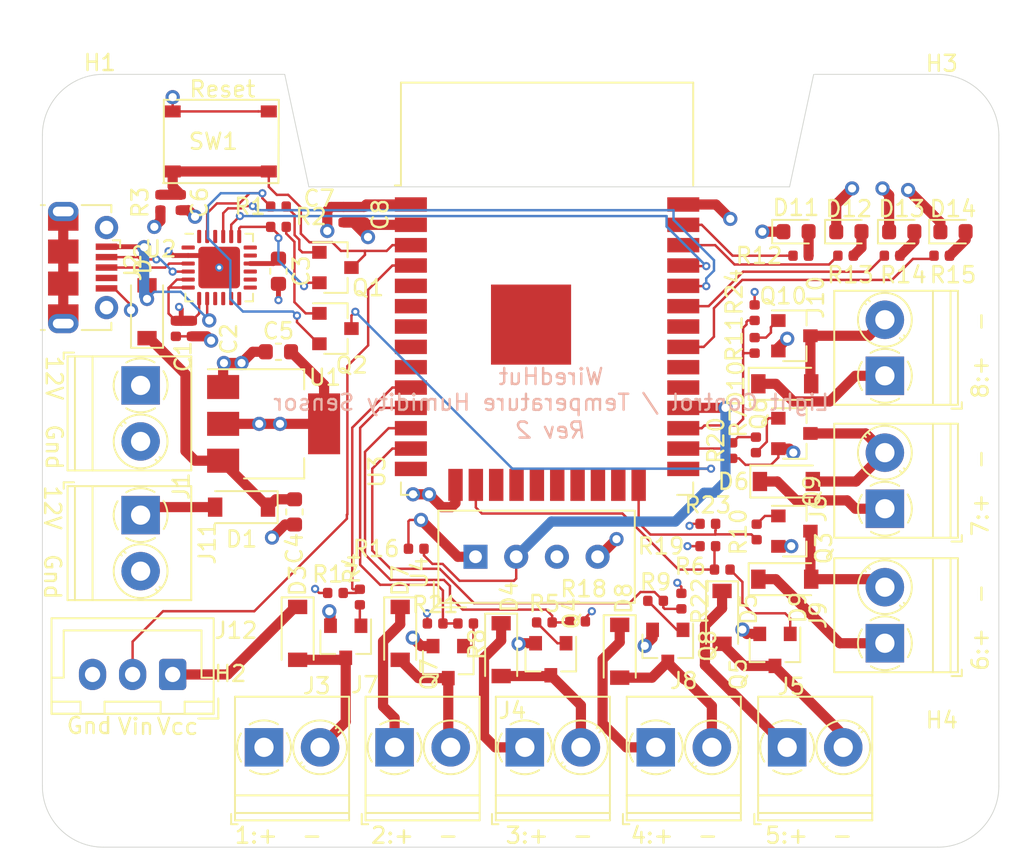
<source format=kicad_pcb>
(kicad_pcb (version 20221018) (generator pcbnew)
  (title_block (date "2021-12-03") (comment 4 "@Comment4@"))
  (layers (0 "F.Cu" signal) (1 "In1.Cu" power) (2 "In2.Cu" power) (31 "B.Cu" signal) (34 "B.Paste" user) (35 "F.Paste" user) (36 "B.SilkS" user "B.Silkscreen") (37 "F.SilkS" user "F.Silkscreen") (38 "B.Mask" user) (39 "F.Mask" user) (44 "Edge.Cuts" user))
  (net 0 "")
  (net 1 "GND")
  (net 2 "+3V3")
  (net 3 "Net-(C3-Pad1)")
  (net 4 "Net-(C4-Pad1)")
  (net 5 "/EN")
  (net 6 "VCC")
  (net 7 "VBUS")
  (net 8 "/USB_RTS")
  (net 9 "Net-(Q1-Pad1)")
  (net 10 "/IO0")
  (net 11 "/USB_DTR")
  (net 12 "Net-(Q2-Pad1)")
  (net 13 "/USB_TX")
  (net 14 "/USB_RX")
  (net 15 "/USB_DM")
  (net 16 "/USB_DP")
  (net 17 "Net-(D3-Pad2)")
  (net 18 "Net-(D4-Pad2)")
  (net 19 "Net-(D5-Pad2)")
  (net 20 "Net-(D6-Pad2)")
  (net 21 "Net-(D7-Pad2)")
  (net 22 "Net-(D8-Pad2)")
  (net 23 "Net-(D9-Pad2)")
  (net 24 "Net-(D10-Pad2)")
  (net 25 "Net-(Q3-Pad1)")
  (net 26 "Net-(Q4-Pad1)")
  (net 27 "Net-(Q5-Pad1)")
  (net 28 "Net-(Q6-Pad1)")
  (net 29 "Net-(Q7-Pad1)")
  (net 30 "Net-(Q8-Pad1)")
  (net 31 "Net-(Q9-Pad1)")
  (net 32 "Net-(Q10-Pad1)")
  (net 33 "/PIR_A")
  (net 34 "/CH_1")
  (net 35 "/CH_3")
  (net 36 "/CH_5")
  (net 37 "/CH_7")
  (net 38 "/CH_2")
  (net 39 "/CH_4")
  (net 40 "/CH_6")
  (net 41 "/CH_8")
  (net 42 "Net-(D11-Pad2)")
  (net 43 "Net-(D12-Pad2)")
  (net 44 "Net-(D13-Pad2)")
  (net 45 "Net-(D14-Pad2)")
  (net 46 "/LED1")
  (net 47 "/LED2")
  (net 48 "/LED3")
  (net 49 "/LED4")
  (net 50 "/DHT_IO")
  (footprint "Resistor_SMD:R_0402_1005Metric" (layer "F.Cu") (at 111.2 69.85 -90)
    (fp_text reference "C1")
    (fp_text value "1uF")
  )
  (footprint "Resistor_SMD:R_0402_1005Metric" (layer "F.Cu") (at 112.2 69.85 -90)
    (fp_text reference "C2")
    (fp_text value "0.1uF")
  )
  (footprint "Resistor_SMD:R_0603_1608Metric" (layer "F.Cu") (at 117.602 66.2685 -90)
    (fp_text reference "C3")
    (fp_text value "4.7uF")
  )
  (footprint "Resistor_SMD:R_0603_1608Metric" (layer "F.Cu") (at 118.6 81.3 -90)
    (fp_text reference "C4")
    (fp_text value "1uF")
  )
  (footprint "Resistor_SMD:R_0603_1608Metric" (layer "F.Cu") (at 117.6 71.3 180)
    (fp_text reference "C5")
    (fp_text value "22uF")
  )
  (footprint "Resistor_SMD:R_0402_1005Metric" (layer "F.Cu") (at 122.936 62.738 90)
    (fp_text reference "C8")
    (fp_text value "0.1uF")
  )
  (footprint "Diode_SMD:D_SOD-123" (layer "F.Cu") (at 115.3 81 180)
    (fp_text reference "D1")
    (fp_text value "D_Schottky")
  )
  (footprint "Diode_SMD:D_SOD-123" (layer "F.Cu") (at 109.4 68.8 90)
    (fp_text reference "D2")
    (fp_text value "D_Schottky")
  )
  (footprint "Package_TO_SOT_SMD:SOT-23" (layer "F.Cu") (at 121.158 69.85)
    (fp_text reference "Q2")
    (fp_text value "Q_NPN_BEC")
  )
  (footprint "Resistor_SMD:R_0402_1005Metric" (layer "F.Cu") (at 117.602 62.23 180)
    (fp_text reference "R1")
    (fp_text value "10kR")
  )
  (footprint "Resistor_SMD:R_0402_1005Metric" (layer "F.Cu") (at 117.602 63.5 180)
    (fp_text reference "R2")
    (fp_text value "10kR")
  )
  (footprint "Resistor_SMD:R_0402_1005Metric" (layer "F.Cu") (at 110.236 61.976 -90)
    (fp_text reference "R3")
    (fp_text value "10kR")
  )
  (footprint "footprints:TS-1187A" (layer "F.Cu") (at 114 58.166)
    (fp_text reference "SW1")
    (fp_text value "SW_Push")
  )
  (footprint "Package_TO_SOT_SMD:SOT-223-3_TabPin2" (layer "F.Cu") (at 117.3 75.8)
    (fp_text reference "U1")
    (fp_text value "AZ1117-3.3")
  )
  (footprint "Package_DFN_QFN:QFN-24-1EP_4x4mm_P0.5mm_EP2.6x2.6mm" (layer "F.Cu") (at 113.904 66.04)
    (fp_text reference "U2")
    (fp_text value "CP2104")
  )
  (footprint "RF_Module:ESP32-WROOM-32" (layer "F.Cu") (at 134.366 70.358)
    (fp_text reference "U3")
    (fp_text value "ESP32-WROOM-32")
  )
  (footprint "Diode_SMD:D_SOD-123" (layer "F.Cu") (at 118.8 88.884 -90)
    (fp_text reference "D3")
    (fp_text value "D_Schottky")
  )
  (footprint "Connector_USB:USB_Micro-B_Molex-105017-0001" (layer "F.Cu") (at 105.41 66.04 -90)
    (fp_text reference "J2")
    (fp_text value "USB_B_Micro")
  )
  (footprint "Resistor_SMD:R_0402_1005Metric" (layer "F.Cu") (at 122.682 86.614 90)
    (fp_text reference "R4")
    (fp_text value "100R")
  )
  (footprint "Resistor_SMD:R_0402_1005Metric" (layer "F.Cu") (at 134.2 88.2)
    (fp_text reference "R5")
    (fp_text value "100R")
  )
  (footprint "Resistor_SMD:R_0402_1005Metric" (layer "F.Cu") (at 145.3 84.9 180)
    (fp_text reference "R6")
    (fp_text value "100R")
  )
  (footprint "Resistor_SMD:R_0402_1005Metric" (layer "F.Cu") (at 147.4 77.115 90)
    (fp_text reference "R7")
    (fp_text value "100R")
  )
  (footprint "Resistor_SMD:R_0402_1005Metric" (layer "F.Cu") (at 129.286 88.265 180)
    (fp_text reference "R8")
    (fp_text value "100R")
  )
  (footprint "Resistor_SMD:R_0402_1005Metric" (layer "F.Cu") (at 141.138 86.852)
    (fp_text reference "R9")
    (fp_text value "100R")
  )
  (footprint "Resistor_SMD:R_0402_1005Metric" (layer "F.Cu") (at 147.32 70.9 -90)
    (fp_text reference "R11")
    (fp_text value "100R")
  )
  (footprint "TerminalBlock_Phoenix:TerminalBlock_Phoenix_PT-1,5-2-3.5-H_1x02_P3.50mm_Horizontal" (layer "F.Cu") (at 109 73.4 -90)
    (fp_text reference "J1")
    (fp_text value "Screw_Terminal_01x02")
  )
  (footprint "TerminalBlock_Phoenix:TerminalBlock_Phoenix_PT-1,5-2-3.5-H_1x02_P3.50mm_Horizontal" (layer "F.Cu") (at 116.7 96)
    (fp_text reference "J3")
    (fp_text value "Screw_Terminal_01x02")
  )
  (footprint "Resistor_SMD:R_0402_1005Metric" (layer "F.Cu") (at 121.666 62.738 90)
    (fp_text reference "C7")
    (fp_text value "10uF")
  )
  (footprint "Package_TO_SOT_SMD:SOT-23" (layer "F.Cu") (at 121.158 66.04)
    (fp_text reference "Q1")
    (fp_text value "Q_NPN_BEC")
  )
  (footprint "Resistor_SMD:R_0402_1005Metric" (layer "F.Cu") (at 111.506 61.976 -90)
    (fp_text reference "C6")
    (fp_text value "0.1uF")
  )
  (footprint "Diode_SMD:D_SOD-123" (layer "F.Cu") (at 131.5 89.9 -90)
    (fp_text reference "D4")
    (fp_text value "D_Schottky")
  )
  (footprint "Diode_SMD:D_SOD-123" (layer "F.Cu") (at 145.288 87.884 -90)
    (fp_text reference "D5")
    (fp_text value "D_Schottky")
  )
  (footprint "Diode_SMD:D_SOD-123" (layer "F.Cu") (at 149.3 79.4)
    (fp_text reference "D6")
    (fp_text value "D_Schottky")
  )
  (footprint "Diode_SMD:D_SOD-123" (layer "F.Cu") (at 125.2 88.884 -90)
    (fp_text reference "D7")
    (fp_text value "D_Schottky")
  )
  (footprint "Diode_SMD:D_SOD-123" (layer "F.Cu") (at 138.9 90 -90)
    (fp_text reference "D8")
    (fp_text value "D_Schottky")
  )
  (footprint "Diode_SMD:D_SOD-123" (layer "F.Cu") (at 149.2 73.3)
    (fp_text reference "D10")
    (fp_text value "D_Schottky")
  )
  (footprint "Package_TO_SOT_SMD:SOT-23" (layer "F.Cu") (at 134.6 90.5 -90)
    (fp_text reference "Q4")
    (fp_text value "Q_NMOS_GDS")
  )
  (footprint "Package_TO_SOT_SMD:SOT-23" (layer "F.Cu") (at 148.59 89.916 -90)
    (fp_text reference "Q5")
    (fp_text value "Q_NMOS_GDS")
  )
  (footprint "Package_TO_SOT_SMD:SOT-23" (layer "F.Cu") (at 149.8 76.4)
    (fp_text reference "Q6")
    (fp_text value "Q_NMOS_GDS")
  )
  (footprint "Package_TO_SOT_SMD:SOT-23" (layer "F.Cu") (at 128.2 90.678 -90)
    (fp_text reference "Q7")
    (fp_text value "Q_NMOS_GDS")
  )
  (footprint "Package_TO_SOT_SMD:SOT-23" (layer "F.Cu") (at 141.9 89.662 -90)
    (fp_text reference "Q8")
    (fp_text value "Q_NMOS_GDS")
  )
  (footprint "TerminalBlock_Phoenix:TerminalBlock_Phoenix_PT-1,5-2-3.5-H_1x02_P3.50mm_Horizontal" (layer "F.Cu") (at 132.978 96)
    (fp_text reference "J4")
    (fp_text value "Screw_Terminal_01x02")
  )
  (footprint "TerminalBlock_Phoenix:TerminalBlock_Phoenix_PT-1,5-2-3.5-H_1x02_P3.50mm_Horizontal" (layer "F.Cu") (at 149.35 96)
    (fp_text reference "J5")
    (fp_text value "Screw_Terminal_01x02")
  )
  (footprint "TerminalBlock_Phoenix:TerminalBlock_Phoenix_PT-1,5-2-3.5-H_1x02_P3.50mm_Horizontal" (layer "F.Cu") (at 155.448 81.1 90)
    (fp_text reference "J6")
    (fp_text value "Screw_Terminal_01x02")
  )
  (footprint "TerminalBlock_Phoenix:TerminalBlock_Phoenix_PT-1,5-2-3.5-H_1x02_P3.50mm_Horizontal" (layer "F.Cu") (at 124.85 96)
    (fp_text reference "J7")
    (fp_text value "Screw_Terminal_01x02")
  )
  (footprint "TerminalBlock_Phoenix:TerminalBlock_Phoenix_PT-1,5-2-3.5-H_1x02_P3.50mm_Horizontal" (layer "F.Cu") (at 141.15 96)
    (fp_text reference "J8")
    (fp_text value "Screw_Terminal_01x02")
  )
  (footprint "TerminalBlock_Phoenix:TerminalBlock_Phoenix_PT-1,5-2-3.5-H_1x02_P3.50mm_Horizontal" (layer "F.Cu") (at 155.448 72.8 90)
    (fp_text reference "J10")
    (fp_text value "Screw_Terminal_01x02")
  )
  (footprint "Resistor_SMD:R_0402_1005Metric" (layer "F.Cu") (at 147.447 82.55 -90)
    (fp_text reference "R10")
    (fp_text value "100R")
  )
  (footprint "TerminalBlock_Phoenix:TerminalBlock_Phoenix_PT-1,5-2-3.5-H_1x02_P3.50mm_Horizontal" (layer "F.Cu") (at 155.448 89.5 90)
    (fp_text reference "J9")
    (fp_text value "Screw_Terminal_01x02")
  )
  (footprint "Package_TO_SOT_SMD:SOT-23" (layer "F.Cu") (at 149.8 82.5)
    (fp_text reference "Q9")
    (fp_text value "Q_NMOS_GDS")
  )
  (footprint "TerminalBlock_Phoenix:TerminalBlock_Phoenix_PT-1,5-2-3.5-H_1x02_P3.50mm_Horizontal" (layer "F.Cu") (at 109 81.5 -90)
    (fp_text reference "J11")
    (fp_text value "Screw_Terminal_01x02")
  )
  (footprint "Connector_JST:JST_XH_B3B-XH-A_1x03_P2.50mm_Vertical" (layer "F.Cu") (at 111 91.45 180)
    (fp_text reference "J12")
    (fp_text value "Conn_01x03")
  )
  (footprint "MountingHole:MountingHole_3.2mm_M3" (layer "F.Cu") (at 106.45 57.45)
    (fp_text reference "H1")
    (fp_text value "MountingHole")
  )
  (footprint "MountingHole:MountingHole_3.2mm_M3" (layer "F.Cu") (at 106.5 98.5)
    (fp_text reference "H2")
    (fp_text value "MountingHole")
  )
  (footprint "MountingHole:MountingHole_3.2mm_M3" (layer "F.Cu") (at 159 57.5)
    (fp_text reference "H3")
    (fp_text value "MountingHole")
  )
  (footprint "MountingHole:MountingHole_3.2mm_M3" (layer "F.Cu") (at 159 98.5)
    (fp_text reference "H4")
    (fp_text value "MountingHole")
  )
  (footprint "Diode_SMD:D_SOD-123" (layer "F.Cu") (at 149.2 85.5)
    (fp_text reference "D9")
    (fp_text value "D_Schottky")
  )
  (footprint "LED_SMD:LED_0603_1608Metric" (layer "F.Cu") (at 149.9 63.8)
    (fp_text reference "D11")
    (fp_text value "Green")
  )
  (footprint "LED_SMD:LED_0603_1608Metric" (layer "F.Cu") (at 153.2 63.8)
    (fp_text reference "D12")
    (fp_text value "Green")
  )
  (footprint "LED_SMD:LED_0603_1608Metric" (layer "F.Cu") (at 156.5 63.8)
    (fp_text reference "D13")
    (fp_text value "Red")
  )
  (footprint "LED_SMD:LED_0603_1608Metric" (layer "F.Cu") (at 159.7 63.8)
    (fp_text reference "D14")
    (fp_text value "Red")
  )
  (footprint "Resistor_SMD:R_0402_1005Metric" (layer "F.Cu") (at 150.2 65.3)
    (fp_text reference "R12")
    (fp_text value "47R")
  )
  (footprint "Resistor_SMD:R_0402_1005Metric" (layer "F.Cu") (at 153 65.3)
    (fp_text reference "R13")
    (fp_text value "47R")
  )
  (footprint "Resistor_SMD:R_0402_1005Metric" (layer "F.Cu") (at 155.9 65.3)
    (fp_text reference "R14")
    (fp_text value "150R")
  )
  (footprint "Resistor_SMD:R_0402_1005Metric" (layer "F.Cu") (at 159 65.3)
    (fp_text reference "R15")
    (fp_text value "150R")
  )
  (footprint "Sensor:Aosong_DHT11_5.5x12.0_P2.54mm" (layer "F.Cu") (at 129.9 84.1 90)
    (fp_text reference "U4")
    (fp_text value "DHT11")
  )
  (footprint "Resistor_SMD:R_0402_1005Metric" (layer "F.Cu") (at 126.2 83.6 180)
    (fp_text reference "R16")
    (fp_text value "10kR")
  )
  (footprint "Package_TO_SOT_SMD:SOT-23" (layer "F.Cu") (at 121.8 89.408 -90)
    (fp_text reference "Q3")
    (fp_text value "Q_NMOS_GSD")
  )
  (footprint "Resistor_SMD:R_0402_1005Metric" (layer "F.Cu") (at 121.158 86.36)
    (fp_text reference "R17")
    (fp_text value "10kR")
  )
  (footprint "Resistor_SMD:R_0402_1005Metric" (layer "F.Cu") (at 136.271 88.138 180)
    (fp_text reference "R18")
    (fp_text value "10kR")
  )
  (footprint "Resistor_SMD:R_0402_1005Metric" (layer "F.Cu") (at 144.399 83.439)
    (fp_text reference "R19")
    (fp_text value "10kR")
  )
  (footprint "Resistor_SMD:R_0402_1005Metric" (layer "F.Cu") (at 145.923 77.47 90)
    (fp_text reference "R20")
    (fp_text value "10kR")
  )
  (footprint "Resistor_SMD:R_0402_1005Metric" (layer "F.Cu") (at 127.381 88.265)
    (fp_text reference "R21")
    (fp_text value "10kR")
  )
  (footprint "Resistor_SMD:R_0402_1005Metric" (layer "F.Cu") (at 142.748 86.868 -90)
    (fp_text reference "R22")
    (fp_text value "10kR")
  )
  (footprint "Resistor_SMD:R_0402_1005Metric" (layer "F.Cu") (at 144.399 82.042)
    (fp_text reference "R23")
    (fp_text value "10kR")
  )
  (footprint "Resistor_SMD:R_0402_1005Metric" (layer "F.Cu") (at 147.32 68.857 -90)
    (fp_text reference "R24")
    (fp_text value "10kR")
  )
  (footprint "Package_TO_SOT_SMD:SOT-23" (layer "F.Cu") (at 149.8 70.3)
    (fp_text reference "Q10")
    (fp_text value "Q_NMOS_GDS")
  )
  (gr_line (start 102.87 57.785) (end 102.87 98.425) (stroke (width 0.05)) (layer "Edge.Cuts"))
  (gr_line (start 106.68 102.235) (end 158.75 102.235) (stroke (width 0.05)) (layer "Edge.Cuts"))
  (gr_line (start 162.56 98.425) (end 162.56 57.785) (stroke (width 0.05)) (layer "Edge.Cuts"))
  (gr_line (start 117.975 53.975) (end 118 54) (stroke (width 0.05)) (layer "Edge.Cuts"))
  (gr_line (start 151.025 53.975) (end 151 54) (stroke (width 0.05)) (layer "Edge.Cuts"))
  (gr_line (start 118 54) (end 119.5 61) (stroke (width 0.05)) (layer "Edge.Cuts"))
  (gr_line (start 106.68 53.975) (end 117.975 53.975) (stroke (width 0.05)) (layer "Edge.Cuts"))
  (gr_line (start 119.5 61) (end 149.5 61) (stroke (width 0.05)) (layer "Edge.Cuts"))
  (gr_arc (start 162.56 98.425) (mid 161.444077 101.119077) (end 158.75 102.235) (stroke (width 0.05)) (layer "Edge.Cuts"))
  (gr_arc (start 158.75 53.975) (mid 161.444077 55.090923) (end 162.56 57.785) (stroke (width 0.05)) (layer "Edge.Cuts"))
  (gr_arc (start 102.87 57.785) (mid 103.985923 55.090923) (end 106.68 53.975) (stroke (width 0.05)) (layer "Edge.Cuts"))
  (gr_arc (start 106.68 102.235) (mid 103.985923 101.119077) (end 102.87 98.425) (stroke (width 0.05)) (layer "Edge.Cuts"))
  (gr_line (start 149.5 61) (end 151 54) (stroke (width 0.05)) (layer "Edge.Cuts"))
  (gr_line (start 158.75 53.975) (end 151.025 53.975) (stroke (width 0.05)) (layer "Edge.Cuts"))
  (gr_text "WiredHut\nLight Control / Temperature Humidity Sensor" (at 134.62 73.66) (layer "B.SilkS") (effects (font (size 1 1)) (justify mirror)))
  (gr_text "Rev 2" (at 134.62 76.2) (layer "B.SilkS") (effects (font (size 1 1) (thickness 0.15) italic) (justify mirror)))
  (gr_text "12V  Gnd" (at 103.5 83.2 270) (layer "F.SilkS") (effects (font (size 1 1))))
  (gr_text "5:+  -" (at 150.7 101.5) (layer "F.SilkS") (effects (font (size 1 1))))
  (gr_text "Gnd" (at 105.8 94.65) (layer "F.SilkS") (effects (font (size 1 1))))
  (gr_text "6:+  -" (at 161.4 88.5 90) (layer "F.SilkS") (effects (font (size 1 1))))
  (gr_text "8:+  -" (at 161.4 71.5 90) (layer "F.SilkS") (effects (font (size 1 1))))
  (gr_text "3:+  -" (at 134.5 101.5) (layer "F.SilkS") (effects (font (size 1 1))))
  (gr_text "Vin" (at 108.7 94.7) (layer "F.SilkS") (effects (font (size 1 1))))
  (gr_text "2:+  -" (at 126.1 101.5) (layer "F.SilkS") (effects (font (size 1 1))))
  (gr_text "Vcc" (at 111.3 94.7) (layer "F.SilkS") (effects (font (size 1 1))))
  (gr_text "4:+  -" (at 142.3 101.5) (layer "F.SilkS") (effects (font (size 1 1))))
  (gr_text "1:+  -" (at 117.6 101.5) (layer "F.SilkS") (effects (font (size 1 1))))
  (gr_text "7:+  -" (at 161.4 80.1 90) (layer "F.SilkS") (effects (font (size 1 1))))
  (gr_text "Reset" (at 114.1 54.9) (layer "F.SilkS") (effects (font (size 1 1))))
  (gr_text "12V  Gnd" (at 103.6 75.1 270) (layer "F.SilkS") (effects (font (size 1 1))))
  (segment (start 117.602 67.056) (end 117.602 68.072) (width 0.3048) (layer "F.Cu") (net 1))
  (segment (start 116 71.3) (end 115.3 72) (width 0.635) (layer "F.Cu") (net 1))
  (segment (start 111.9665 65.29) (end 113.154 65.29) (width 0.3048) (layer "F.Cu") (net 1))
  (segment (start 155.7125 63.8) (end 155.7125 61.5125) (width 0.635) (layer "F.Cu") (net 1))
  (segment (start 148.8 77.9024) (end 148.8 77.35) (width 0.1524) (layer "F.Cu") (net 1))
  (segment (start 111 56.291) (end 111 55.4) (width 0.1524) (layer "F.Cu") (net 1))
  (segment (start 114.15 73.5) (end 114.15 72.05) (width 0.635) (layer "F.Cu") (net 1))
  (segment (start 147.64 88.916) (end 146.828 88.916) (width 0.635) (layer "F.Cu") (net 1))
  (segment (start 146.343 77.955) (end 146.747 78.359) (width 0.1524) (layer "F.Cu") (net 1))
  (segment (start 114.15 72.05) (end 114.2 72) (width 0.635) (layer "F.Cu") (net 1))
  (segment (start 158.9125 63.8) (end 158.9125 63.2125) (width 0.635) (layer "F.Cu") (net 1))
  (segment (start 146.747 78.359) (end 148.3434 78.359) (width 0.1524) (layer "F.Cu") (net 1))
  (segment (start 148.3434 78.359) (end 148.8 77.9024) (width 0.1524) (layer "F.Cu") (net 1))
  (segment (start 123.086 62.103) (end 122.936 62.253) (width 0.635) (layer "F.Cu") (net 1))
  (segment (start 137.6 84.1) (end 138.7 83) (width 0.635) (layer "F.Cu") (net 1))
  (segment (start 104.1725 65.04) (end 104.1725 67.04) (width 0.635) (layer "F.Cu") (net 1))
  (segment (start 149.595 83.45) (end 149.606 83.439) (width 0.635) (layer "F.Cu") (net 1))
  (segment (start 111.01 65.29) (end 110.744 65.024) (width 0.3048) (layer "F.Cu") (net 1))
  (segment (start 128.651 79.613) (end 128.651 80.749) (width 0.635) (layer "F.Cu") (net 1))
  (segment (start 117 56.291) (end 116.3476 56.291) (width 0.1524) (layer "F.Cu") (net 1))
  (segment (start 113.154 65.29) (end 113.904 66.04) (width 0.3048) (layer "F.Cu") (net 1))
  (segment (start 136.756 87.907) (end 137.16 87.503) (width 0.1524) (layer "F.Cu") (net 1))
  (segment (start 128.651 80.749) (end 128.4 81) (width 0.635) (layer "F.Cu") (net 1))
  (segment (start 106.8725 67.34) (end 107.3475 67.34) (width 0.1524) (layer "F.Cu") (net 1))
  (segment (start 152.4125 63.8) (end 152.4125 62.0875) (width 0.635) (layer "F.Cu") (net 1))
  (segment (start 120.673 86.36) (end 120.142 86.36) (width 0.1524) (layer "F.Cu") (net 1))
  (segment (start 146.828 88.916) (end 146.558 88.646) (width 0.635) (layer "F.Cu") (net 1))
  (segment (start 126.896 87.653) (end 126.873 87.63) (width 0.1524) (layer "F.Cu") (net 1))
  (segment (start 143.914 82.042) (end 143.383 82.042) (width 0.1524) (layer "F.Cu") (net 1))
  (segment (start 143.383 82.042) (end 143.256 82.169) (width 0.1524) (layer "F.Cu") (net 1))
  (segment (start 149.486 77.35) (end 149.733 77.597) (width 0.635) (layer "F.Cu") (net 1))
  (segment (start 143.914 83.439) (end 143.129 83.439) (width 0.1524) (layer "F.Cu") (net 1))
  (segment (start 127 80.2) (end 126 80.2) (width 0.635) (layer "F.Cu") (net 1))
  (segment (start 121.666 62.253) (end 120.881 62.253) (width 0.635) (layer "F.Cu") (net 1))
  (segment (start 145.923 77.955) (end 146.343 77.955) (width 0.1524) (layer "F.Cu") (net 1))
  (segment (start 148.8 77.35) (end 149.486 77.35) (width 0.635) (layer "F.Cu") (net 1))
  (segment (start 148.8 83.45) (end 149.595 83.45) (width 0.635) (layer "F.Cu") (net 1))
  (segment (start 140.95 88.662) (end 140.95 89.174) (width 0.635) (layer "F.Cu") (net 1))
  (segment (start 111.991 62.461) (end 112.395 62.865) (width 0.635) (layer "F.Cu") (net 1))
  (segment (start 126.508 89.678) (end 125.984 89.154) (width 0.635) (layer "F.Cu") (net 1))
  (segment (start 127.25 89.678) (end 126.508 89.678) (width 0.635) (layer "F.Cu") (net 1))
  (segment (start 137.52 84.1) (end 137.6 84.1) (width 0.635) (layer "F.Cu") (net 1))
  (segment (start 148.8 71.037) (end 149.352 70.485) (width 0.635) (layer "F.Cu") (net 1))
  (segment (start 120.85 88.408) (end 120.85 87.576) (width 0.635) (layer "F.Cu") (net 1))
  (segment (start 126.896 88.265) (end 126.896 87.653) (width 0.1524) (layer "F.Cu") (net 1))
  (segment (start 112.2 70.335) (end 113.135 70.335) (width 0.635) (layer "F.Cu") (net 1))
  (segment (start 122.936 62.253) (end 121.666 62.253) (width 0.635) (layer "F.Cu") (net 1))
  (segment (start 147.32 68.372) (end 147.32 67.564) (width 0.1524) (layer "F.Cu") (net 1))
  (segment (start 142.748 85.979) (end 142.494 85.725) (width 0.1524) (layer "F.Cu") (net 1))
  (segment (start 111.9665 65.29) (end 111.01 65.29) (width 0.3048) (layer "F.Cu") (net 1))
  (segment (start 158.9125 63.2125) (end 156.9 61.2) (width 0.635) (layer "F.Cu") (net 1))
  (segment (start 108.4 68.3925) (end 108.4 68.7) (width 0.1524) (layer "F.Cu") (net 1))
  (segment (start 116.8125 71.3) (end 116 71.3) (width 0.635) (layer "F.Cu") (net 1))
  (segment (start 120.881 62.253) (end 120.87609 62.25791) (width 0.635) (layer "F.Cu") (net 1))
  (segment (start 113.135 70.335) (end 113.4 70.6) (width 0.635) (layer "F.Cu") (net 1))
  (segment (start 125.866 62.103) (end 123.086 62.103) (width 0.635) (layer "F.Cu") (net 1))
  (segment (start 136.756 88.138) (end 136.756 87.907) (width 0.1524) (layer "F.Cu") (net 1))
  (segment (start 142.866 62.103) (end 144.903 62.103) (width 0.635) (layer "F.Cu") (net 1))
  (segment (start 149.1125 63.8) (end 147.8 63.8) (width 0.635) (layer "F.Cu") (net 1))
  (segment (start 133.65 89.5) (end 132.623 89.5) (width 0.635) (layer "F.Cu") (net 1))
  (segment (start 111.2 70.335) (end 112.2 70.335) (width 0.1524) (layer "F.Cu") (net 1))
  (segment (start 128.4 81) (end 127.8 81) (width 0.635) (layer "F.Cu") (net 1))
  (segment (start 142.748 86.383) (end 142.748 85.979) (width 0.1524) (layer "F.Cu") (net 1))
  (segment (start 155.7125 61.5125) (end 155.3 61.1) (width 0.635) (layer "F.Cu") (net 1))
  (segment (start 148.8 71.25) (end 148.8 71.037) (width 0.635) (layer "F.Cu") (net 1))
  (segment (start 118.6 82.0875) (end 118.0125 82.0875) (width 0.635) (layer "F.Cu") (net 1))
  (segment (start 116.3476 56.291) (end 111 56.291) (width 0.1524) (layer "F.Cu") (net 1))
  (segment (start 132.623 89.5) (end 132.588 89.535) (width 0.635) (layer "F.Cu") (net 1))
  (segment (start 120.85 87.576) (end 120.777 87.503) (width 0.635) (layer "F.Cu") (net 1))
  (segment (start 104.1725 67.04) (end 104.1725 68.94) (width 0.635) (layer "F.Cu") (net 1))
  (segment (start 118.0125 82.0875) (end 117.2 82.9) (width 0.635) (layer "F.Cu") (net 1))
  (segment (start 140.95 89.174) (end 140.462 89.662) (width 0.635) (layer "F.Cu") (net 1))
  (segment (start 120.65 62.484) (end 120.65 63.754) (width 0.635) (layer "F.Cu") (net 1))
  (segment (start 120.142 86.36) (end 119.888 86.106) (width 0.1524) (layer "F.Cu") (net 1))
  (segment (start 111.506 62.461) (end 111.991 62.461) (width 0.635) (layer "F.Cu") (net 1))
  (segment (start 144.903 62.103) (end 145.8 63) (width 0.635) (layer "F.Cu") (net 1))
  (segment (start 120.87609 62.25791) (end 120.65 62.484) (width 0.635) (layer "F.Cu") (net 1))
  (segment (start 115.3 72) (end 114.2 72) (width 0.635) (layer "F.Cu") (net 1))
  (segment (start 107.3475 67.34) (end 108.4 68.3925) (width 0.1524) (layer "F.Cu") (net 1))
  (segment (start 104.1725 63.14) (end 104.1725 65.04) (width 0.635) (layer "F.Cu") (net 1))
  (segment (start 152.4125 62.0875) (end 153.4 61.1) (width 0.635) (layer "F.Cu") (net 1))
  (segment (start 127.8 81) (end 127 80.2) (width 0.635) (layer "F.Cu") (net 1))
  (via (at 117.2 82.9) (size 0.889) (drill 0.508) (layers "F.Cu" "B.Cu") (net 1))
  (via (at 149.352 70.485) (size 0.889) (drill 0.508) (layers "F.Cu" "B.Cu") (net 1))
  (via (at 110.744 65.024) (size 0.508) (drill 0.254) (layers "F.Cu" "B.Cu") (net 1))
  (via (at 108.4 68.7) (size 0.889) (drill 0.508) (layers "F.Cu" "B.Cu") (net 1))
  (via (at 126.873 87.63) (size 0.508) (drill 0.254) (layers "F.Cu" "B.Cu") (net 1))
  (via (at 115.3 72) (size 0.889) (drill 0.508) (layers "F.Cu" "B.Cu") (net 1))
  (via (at 112.395 62.865) (size 0.889) (drill 0.508) (layers "F.Cu" "B.Cu") (net 1))
  (via (at 126 80.2) (size 0.889) (drill 0.508) (layers "F.Cu" "B.Cu") (net 1))
  (via (at 149.606 83.439) (size 0.889) (drill 0.508) (layers "F.Cu" "B.Cu") (net 1))
  (via (at 120.65 63.754) (size 0.889) (drill 0.508) (layers "F.Cu" "B.Cu") (net 1))
  (via (at 147.8 63.8) (size 0.889) (drill 0.508) (layers "F.Cu" "B.Cu") (net 1))
  (via (at 147.32 67.564) (size 0.508) (drill 0.254) (layers "F.Cu" "B.Cu") (net 1))
  (via (at 155.3 61.1) (size 0.889) (drill 0.508) (layers "F.Cu" "B.Cu") (net 1))
  (via (at 120.777 87.503) (size 0.889) (drill 0.508) (layers "F.Cu" "B.Cu") (net 1))
  (via (at 119.888 86.106) (size 0.508) (drill 0.254) (layers "F.Cu" "B.Cu") (net 1))
  (via (at 125.984 89.154) (size 0.889) (drill 0.508) (layers "F.Cu" "B.Cu") (net 1))
  (via (at 137.16 87.503) (size 0.508) (drill 0.254) (layers "F.Cu" "B.Cu") (net 1))
  (via (at 114.2 72) (size 0.889) (drill 0.508) (layers "F.Cu" "B.Cu") (net 1))
  (via (at 140.462 89.662) (size 0.889) (drill 0.508) (layers "F.Cu" "B.Cu") (net 1))
  (via (at 113.904 66.04) (size 0.508) (drill 0.254) (layers "F.Cu" "B.Cu") (net 1))
  (via (at 142.494 85.725) (size 0.508) (drill 0.254) (layers "F.Cu" "B.Cu") (net 1))
  (via (at 146.558 88.646) (size 0.889) (drill 0.508) (layers "F.Cu" "B.Cu") (net 1))
  (via (at 153.4 61.1) (size 0.889) (drill 0.508) (layers "F.Cu" "B.Cu") (net 1))
  (via (at 149.733 77.597) (size 0.889) (drill 0.508) (layers "F.Cu" "B.Cu") (net 1))
  (via (at 117.602 68.072) (size 0.508) (drill 0.254) (layers "F.Cu" "B.Cu") (net 1))
  (via (at 111 55.4) (size 0.889) (drill 0.508) (layers "F.Cu" "B.Cu") (net 1))
  (via (at 156.9 61.2) (size 0.889) (drill 0.508) (layers "F.Cu" "B.Cu") (net 1))
  (via (at 143.129 83.439) (size 0.508) (drill 0.254) (layers "F.Cu" "B.Cu") (net 1))
  (via (at 138.7 83) (size 0.889) (drill 0.508) (layers "F.Cu" "B.Cu") (net 1))
  (via (at 145.8 63) (size 0.889) (drill 0.508) (layers "F.Cu" "B.Cu") (net 1))
  (via (at 132.588 89.535) (size 0.889) (drill 0.508) (layers "F.Cu" "B.Cu") (net 1))
  (via (at 143.256 82.169) (size 0.508) (drill 0.254) (layers "F.Cu" "B.Cu") (net 1))
  (via (at 127 80.2) (size 0.889) (drill 0.508) (layers "F.Cu" "B.Cu") (net 1))
  (via (at 113.4 70.6) (size 0.889) (drill 0.508) (layers "F.Cu" "B.Cu") (net 1))
  (segment (start 125.866 63.373) (end 123.086 63.373) (width 0.635) (layer "F.Cu") (net 2))
  (segment (start 125.871383 81.8) (end 126.5 81.8) (width 0.1524) (layer "F.Cu") (net 2))
  (segment (start 111.264 66.79) (end 111.9665 66.79) (width 0.1524) (layer "F.Cu") (net 2))
  (segment (start 111.2 69.365) (end 111.535 69.365) (width 0.635) (layer "F.Cu") (net 2))
  (segment (start 123.086 63.373) (end 122.936 63.223) (width 0.635) (layer "F.Cu") (net 2))
  (segment (start 121.666 63.223) (end 122.278 63.223) (width 0.635) (layer "F.Cu") (net 2))
  (segment (start 120.45 75.8) (end 120.45 73.3625) (width 0.635) (layer "F.Cu") (net 2))
  (segment (start 110.744 67.31) (end 110.744 68.909) (width 0.1524) (layer "F.Cu") (net 2))
  (segment (start 110.744 67.31) (end 111.264 66.79) (width 0.1524) (layer "F.Cu") (net 2))
  (segment (start 120.45 73.3625) (end 118.3875 71.3) (width 0.635) (layer "F.Cu") (net 2))
  (segment (start 110.744 67.31) (end 110.764 67.29) (width 0.1524) (layer "F.Cu") (net 2))
  (segment (start 114.15 75.8) (end 116.4 75.8) (width 0.635) (layer "F.Cu") (net 2))
  (segment (start 111.535 69.365) (end 111.535 68.635) (width 0.3048) (layer "F.Cu") (net 2))
  (segment (start 125.8 81.8) (end 125.871383 81.8) (width 0.1524) (layer "F.Cu") (net 2))
  (segment (start 112.654 67.9775) (end 112.654 68.911) (width 0.1524) (layer "F.Cu") (net 2))
  (segment (start 125.715 81.885) (end 125.8 81.8) (width 0.1524) (layer "F.Cu") (net 2))
  (segment (start 111.535 69.365) (end 112.2 69.365) (width 0.635) (layer "F.Cu") (net 2))
  (segment (start 112.654 68.911) (end 112.2 69.365) (width 0.1524) (layer "F.Cu") (net 2))
  (segment (start 125.715 83.6) (end 125.715 81.885) (width 0.1524) (layer "F.Cu") (net 2))
  (segment (start 110.236 63.119) (end 109.855 63.5) (width 0.635) (layer "F.Cu") (net 2))
  (segment (start 110.764 67.29) (end 111.9665 67.29) (width 0.1524) (layer "F.Cu") (net 2))
  (segment (start 122.936 63.223) (end 121.666 63.223) (width 0.635) (layer "F.Cu") (net 2))
  (segment (start 128.8 84.1) (end 126.5 81.8) (width 0.635) (layer "F.Cu") (net 2))
  (segment (start 110.744 68.909) (end 111.2 69.365) (width 0.1524) (layer "F.Cu") (net 2))
  (segment (start 122.278 63.223) (end 123.19 64.135) (width 0.635) (layer "F.Cu") (net 2))
  (segment (start 111.535 68.635) (end 111.4 68.5) (width 0.3048) (layer "F.Cu") (net 2))
  (segment (start 129.9 84.1) (end 128.8 84.1) (width 0.635) (layer "F.Cu") (net 2))
  (segment (start 117.7 75.8) (end 116.4 75.8) (width 0.635) (layer "F.Cu") (net 2))
  (segment (start 110.236 62.461) (end 110.236 63.119) (width 0.635) (layer "F.Cu") (net 2))
  (segment (start 117.7 75.8) (end 120.45 75.8) (width 0.635) (layer "F.Cu") (net 2))
  (via (at 111.4 68.5) (size 0.508) (drill 0.254) (layers "F.Cu" "B.Cu") (net 2))
  (via (at 123.19 64.135) (size 0.889) (drill 0.508) (layers "F.Cu" "B.Cu") (net 2))
  (via (at 117.7 75.8) (size 0.889) (drill 0.508) (layers "F.Cu" "B.Cu") (net 2))
  (via (at 126.5 81.8) (size 0.889) (drill 0.508) (layers "F.Cu" "B.Cu") (net 2))
  (via (at 116.4 75.8) (size 0.889) (drill 0.508) (layers "F.Cu" "B.Cu") (net 2))
  (via (at 109.855 63.5) (size 0.889) (drill 0.508) (layers "F.Cu" "B.Cu") (net 2))
  (segment (start 117.602 65.481) (end 117.293 65.79) (width 0.3048) (layer "F.Cu") (net 3))
  (segment (start 117.293 65.79) (end 115.8415 65.79) (width 0.3048) (layer "F.Cu") (net 3))
  (segment (start 112.4 78.1) (end 114.15 78.1) (width 0.635) (layer "F.Cu") (net 4))
  (segment (start 118.6 80.5125) (end 117.4375 80.5125) (width 0.635) (layer "F.Cu") (net 4))
  (segment (start 109.55 70.45) (end 111.8 72.7) (width 0.635) (layer "F.Cu") (net 4))
  (segment (start 114.15 78.2) (end 116.95 81) (width 0.635) (layer "F.Cu") (net 4))
  (segment (start 114.15 78.1) (end 114.15 78.2) (width 0.635) (layer "F.Cu") (net 4))
  (segment (start 111.8 72.7) (end 111.8 77.5) (width 0.635) (layer "F.Cu") (net 4))
  (segment (start 117.4375 80.5125) (end 116.95 81) (width 0.635) (layer "F.Cu") (net 4))
  (segment (start 109.4 70.45) (end 109.55 70.45) (width 0.635) (layer "F.Cu") (net 4))
  (segment (start 111.8 77.5) (end 112.4 78.1) (width 0.635) (layer "F.Cu") (net 4))
  (segment (start 119 63.922798) (end 119 62.2911) (width 0.1524) (layer "F.Cu") (net 5))
  (segment (start 123 65) (end 121.5 65) (width 0.1524) (layer "F.Cu") (net 5))
  (segment (start 124.7136 64.643) (end 124.3566 65) (width 0.1524) (layer "F.Cu") (net 5))
  (segment (start 117.5 61.5) (end 117 61) (width 0.1524) (layer "F.Cu") (net 5))
  (segment (start 121.5 65) (end 120.961399 64.461399) (width 0.1524) (layer "F.Cu") (net 5))
  (segment (start 111 60.041) (end 111 60.985) (width 0.635) (layer "F.Cu") (net 5))
  (segment (start 123 65) (end 123 65.248) (width 0.1524) (layer "F.Cu") (net 5))
  (segment (start 119.538601 64.461399) (end 119 63.922798) (width 0.1524) (layer "F.Cu") (net 5))
  (segment (start 119 62.2911) (end 118.2089 61.5) (width 0.1524) (layer "F.Cu") (net 5))
  (segment (start 111 60.041) (end 117 60.041) (width 0.635) (layer "F.Cu") (net 5))
  (segment (start 120.961399 64.461399) (end 119.538601 64.461399) (width 0.1524) (layer "F.Cu") (net 5))
  (segment (start 110.236 61.491) (end 111.506 61.491) (width 0.635) (layer "F.Cu") (net 5))
  (segment (start 124.3566 65) (end 123 65) (width 0.1524) (layer "F.Cu") (net 5))
  (segment (start 125.866 64.643) (end 124.7136 64.643) (width 0.1524) (layer "F.Cu") (net 5))
  (segment (start 111 60.985) (end 111.506 61.491) (width 0.635) (layer "F.Cu") (net 5))
  (segment (start 118.2089 61.5) (end 117.5 61.5) (width 0.1524) (layer "F.Cu") (net 5))
  (segment (start 122.208 66.04) (end 122.158 66.04) (width 0.1524) (layer "F.Cu") (net 5))
  (segment (start 123 65.248) (end 122.208 66.04) (width 0.1524) (layer "F.Cu") (net 5))
  (segment (start 117 61) (end 117 60.041) (width 0.1524) (layer "F.Cu") (net 5))
  (segment (start 137.830099 94.515099) (end 139.315 96) (width 0.635) (layer "F.Cu") (net 6))
  (segment (start 148.635 85.5) (end 152.635 89.5) (width 0.635) (layer "F.Cu") (net 6))
  (segment (start 130.430099 90.404901) (end 131.5 89.335) (width 0.635) (layer "F.Cu") (net 6))
  (segment (start 137.830099 90.504901) (end 137.830099 94.515099) (width 0.635) (layer "F.Cu") (net 6))
  (segment (start 147.55 73.3) (end 148.635 73.3) (width 0.635) (layer "F.Cu") (net 6))
  (segment (start 153.613 81.1) (end 155.448 81.1) (width 0.635) (layer "F.Cu") (net 6))
  (segment (start 114.434 91.45) (end 116.7 89.184) (width 0.635) (layer "F.Cu") (net 6))
  (segment (start 149.35 96) (end 144.218099 90.868099) (width 0.635) (layer "F.Cu") (net 6))
  (segment (start 124.130099 89.388901) (end 125.2 88.319) (width 0.635) (layer "F.Cu") (net 6))
  (segment (start 113.65 81) (end 109.5 81) (width 0.635) (layer "F.Cu") (net 6))
  (segment (start 148.735 79.4) (end 149.915099 80.580099) (width 0.635) (layer "F.Cu") (net 6))
  (segment (start 144.218099 88.388901) (end 145.288 87.319) (width 0.635) (layer "F.Cu") (net 6))
  (segment (start 124.85 96) (end 124.85 94.165) (width 0.635) (layer "F.Cu") (net 6))
  (segment (start 147.55 85.5) (end 148.635 85.5) (width 0.635) (layer "F.Cu") (net 6))
  (segment (start 145.288 87.319) (end 145.288 86.234) (width 0.635) (layer "F.Cu") (net 6))
  (segment (start 109.5 81) (end 109 81.5) (width 0.635) (layer "F.Cu") (net 6))
  (segment (start 152.635 89.5) (end 153.613 89.5) (width 0.635) (layer "F.Cu") (net 6))
  (segment (start 148.635 73.3) (end 149.735 74.4) (width 0.635) (layer "F.Cu") (net 6))
  (segment (start 131.5 89.335) (end 131.5 88.25) (width 0.635) (layer "F.Cu") (net 6))
  (segment (start 124.130099 93.445099) (end 124.130099 89.388901) (width 0.635) (layer "F.Cu") (net 6))
  (segment (start 153.613 72.8) (end 155.448 72.8) (width 0.635) (layer "F.Cu") (net 6))
  (segment (start 131.143 96) (end 130.430099 95.287099) (width 0.635) (layer "F.Cu") (net 6))
  (segment (start 144.218099 90.868099) (end 144.218099 88.388901) (width 0.635) (layer "F.Cu") (net 6))
  (segment (start 138.9 89.435) (end 137.830099 90.504901) (width 0.635) (layer "F.Cu") (net 6))
  (segment (start 124.85 94.165) (end 124.130099 93.445099) (width 0.635) (layer "F.Cu") (net 6))
  (segment (start 149.915099 80.580099) (end 153.093099 80.580099) (width 0.635) (layer "F.Cu") (net 6))
  (segment (start 132.978 96) (end 131.143 96) (width 0.635) (layer "F.Cu") (net 6))
  (segment (start 149.735 74.4) (end 152.013 74.4) (width 0.635) (layer "F.Cu") (net 6))
  (segment (start 147.65 79.4) (end 148.735 79.4) (width 0.635) (layer "F.Cu") (net 6))
  (segment (start 152.013 74.4) (end 153.613 72.8) (width 0.635) (layer "F.Cu") (net 6))
  (segment (start 139.315 96) (end 141.15 96) (width 0.635) (layer "F.Cu") (net 6))
  (segment (start 153.613 89.5) (end 155.448 89.5) (width 0.635) (layer "F.Cu") (net 6))
  (segment (start 138.9 88.35) (end 138.9 89.435) (width 0.635) (layer "F.Cu") (net 6))
  (segment (start 130.430099 95.287099) (end 130.430099 90.404901) (width 0.635) (layer "F.Cu") (net 6))
  (segment (start 153.093099 80.580099) (end 153.613 81.1) (width 0.635) (layer "F.Cu") (net 6))
  (segment (start 125.2 88.319) (end 125.2 87.234) (width 0.635) (layer "F.Cu") (net 6))
  (segment (start 116.7 89.184) (end 118.65 87.234) (width 0.635) (layer "F.Cu") (net 6))
  (segment (start 118.65 87.234) (end 118.8 87.234) (width 0.635) (layer "F.Cu") (net 6))
  (segment (start 111 91.45) (end 114.434 91.45) (width 0.635) (layer "F.Cu") (net 6))
  (segment (start 113.154 67.9775) (end 113.154 69.212) (width 0.1524) (layer "F.Cu") (net 7))
  (segment (start 113.154 69.212) (end 113.284 69.342) (width 0.1524) (layer "F.Cu") (net 7))
  (segment (start 109.19 64.74) (end 109.22 64.77) (width 0.3048) (layer "F.Cu") (net 7))
  (segment (start 109.4 68) (end 109.4 67.15) (width 0.635) (layer "F.Cu") (net 7))
  (segment (start 106.8725 64.74) (end 109.19 64.74) (width 0.3048) (layer "F.Cu") (net 7))
  (via (at 109.22 64.77) (size 0.889) (drill 0.508) (layers "F.Cu" "B.Cu") (net 7))
  (via (at 109.4 68) (size 0.889) (drill 0.508) (layers "F.Cu" "B.Cu") (net 7))
  (via (at 113.284 69.342) (size 0.889) (drill 0.508) (layers "F.Cu" "B.Cu") (net 7))
  (segment (start 109.844499 67.555501) (end 109.4 68) (width 0.1524) (layer "B.Cu") (net 7))
  (segment (start 113.284 69.342) (end 111.497501 67.555501) (width 0.1524) (layer "B.Cu") (net 7))
  (segment (start 109.22 67.82) (end 109.4 68) (width 0.635) (layer "B.Cu") (net 7))
  (segment (start 111.497501 67.555501) (end 109.844499 67.555501) (width 0.1524) (layer "B.Cu") (net 7))
  (segment (start 109.22 64.77) (end 109.22 67.82) (width 0.635) (layer "B.Cu") (net 7))
  (segment (start 115.154 63.59) (end 115.244 63.5) (width 0.1524) (layer "F.Cu") (net 8))
  (segment (start 117.6 64.2) (end 117.6 63.983) (width 0.1524) (layer "F.Cu") (net 8))
  (segment (start 120.158 66.99) (end 119.41 66.99) (width 0.1524) (layer "F.Cu") (net 8))
  (segment (start 119.41 66.99) (end 119.2 67.2) (width 0.1524) (layer "F.Cu") (net 8))
  (segment (start 117.6 63.983) (end 117.117 63.5) (width 0.1524) (layer "F.Cu") (net 8))
  (segment (start 115.154 64.1025) (end 115.154 63.59) (width 0.1524) (layer "F.Cu") (net 8))
  (segment (start 115.244 63.5) (end 117.117 63.5) (width 0.1524) (layer "F.Cu") (net 8))
  (via (at 117.6 64.2) (size 0.508) (drill 0.254) (layers "F.Cu" "B.Cu") (net 8))
  (via (at 119.2 67.2) (size 0.508) (drill 0.254) (layers "F.Cu" "B.Cu") (net 8))
  (segment (start 119.2 67.2) (end 117.6 65.6) (width 0.1524) (layer "B.Cu") (net 8))
  (segment (start 117.6 65.6) (end 117.6 64.2) (width 0.1524) (layer "B.Cu") (net 8))
  (segment (start 118.087 62.23) (end 118.61061 62.75361) (width 0.1524) (layer "F.Cu") (net 9))
  (segment (start 119.09 65.09) (end 120.158 65.09) (width 0.1524) (layer "F.Cu") (net 9))
  (segment (start 118.61061 64.012544) (end 118.90481 64.306744) (width 0.1524) (layer "F.Cu") (net 9))
  (segment (start 118.90481 64.306744) (end 118.90481 64.90481) (width 0.1524) (layer "F.Cu") (net 9))
  (segment (start 118.90481 64.90481) (end 119.09 65.09) (width 0.1524) (layer "F.Cu") (net 9))
  (segment (start 118.61061 62.75361) (end 118.61061 64.012544) (width 0.1524) (layer "F.Cu") (net 9))
  (segment (start 142.879 78.6) (end 142.866 78.613) (width 0.1524) (layer "F.Cu") (net 10))
  (segment (start 122.158 69.042) (end 122.4 68.8) (width 0.1524) (layer "F.Cu") (net 10))
  (segment (start 144.6 78.6) (end 142.879 78.6) (width 0.1524) (layer "F.Cu") (net 10))
  (segment (start 122.158 69.85) (end 122.158 69.042) (width 0.1524) (layer "F.Cu") (net 10))
  (via (at 122.4 68.8) (size 0.508) (drill 0.254) (layers "F.Cu" "B.Cu") (net 10))
  (via (at 144.6 78.6) (size 0.508) (drill 0.254) (layers "F.Cu" "B.Cu") (net 10))
  (segment (start 132.2 78.6) (end 144.6 78.6) (width 0.1524) (layer "B.Cu") (net 10))
  (segment (start 122.4 68.8) (end 132.2 78.6) (width 0.1524) (layer "B.Cu") (net 10))
  (segment (start 120.108 70.8) (end 118.75875 69.45075) (width 0.1524) (layer "F.Cu") (net 11))
  (segment (start 113.154 64.1025) (end 113.154 62.646) (width 0.1524) (layer "F.Cu") (net 11))
  (segment (start 115.8 61.4) (end 116.6 61.4) (width 0.1524) (layer "F.Cu") (net 11))
  (segment (start 116.6 61.713) (end 117.117 62.23) (width 0.1524) (layer "F.Cu") (net 11))
  (segment (start 118.75875 69.45075) (end 118.75875 69.04125) (width 0.1524) (layer "F.Cu") (net 11))
  (segment (start 113.76289 62.03711) (end 115.16289 62.03711) (width 0.1524) (layer "F.Cu") (net 11))
  (segment (start 120.158 70.8) (end 120.108 70.8) (width 0.1524) (layer "F.Cu") (net 11))
  (segment (start 115.16289 62.03711) (end 115.8 61.4) (width 0.1524) (layer "F.Cu") (net 11))
  (segment (start 116.6 61.4) (end 116.6 61.713) (width 0.1524) (layer "F.Cu") (net 11))
  (segment (start 113.154 62.646) (end 113.76289 62.03711) (width 0.1524) (layer "F.Cu") (net 11))
  (via (at 116.6 61.4) (size 0.508) (drill 0.254) (layers "F.Cu" "B.Cu") (net 11))
  (via (at 118.75875 69.04125) (size 0.508) (drill 0.254) (layers "F.Cu" "B.Cu") (net 11))
  (segment (start 114 61.4) (end 116.6 61.4) (width 0.1524) (layer "B.Cu") (net 11))
  (segment (start 114.6 68) (end 114.6 65.6) (width 0.1524) (layer "B.Cu") (net 11))
  (segment (start 115.387251 68.787251) (end 114.6 68) (width 0.1524) (layer "B.Cu") (net 11))
  (segment (start 113.2 62.2) (end 114 61.4) (width 0.1524) (layer "B.Cu") (net 11))
  (segment (start 118.75875 69.04125) (end 118.504751 68.787251) (width 0.1524) (layer "B.Cu") (net 11))
  (segment (start 113.2 64.2) (end 113.2 62.2) (width 0.1524) (layer "B.Cu") (net 11))
  (segment (start 114.6 65.6) (end 113.2 64.2) (width 0.1524) (layer "B.Cu") (net 11))
  (segment (start 118.504751 68.787251) (end 115.387251 68.787251) (width 0.1524) (layer "B.Cu") (net 11))
  (segment (start 118.6 64.433) (end 118.6 68.2) (width 0.1524) (layer "F.Cu") (net 12))
  (segment (start 118.087 63.92) (end 118.6 64.433) (width 0.1524) (layer "F.Cu") (net 12))
  (segment (start 118.087 63.5) (end 118.087 63.92) (width 0.1524) (layer "F.Cu") (net 12))
  (segment (start 118.6 68.2) (end 119.3 68.9) (width 0.1524) (layer "F.Cu") (net 12))
  (segment (start 119.3 68.9) (end 120.158 68.9) (width 0.1524) (layer "F.Cu") (net 12))
  (segment (start 115.431066 62.2) (end 115.289146 62.34192) (width 0.1524) (layer "F.Cu") (net 13))
  (segment (start 144.3 67.2) (end 142.883 67.2) (width 0.1524) (layer "F.Cu") (net 13))
  (segment (start 114.45808 62.34192) (end 114.154 62.646) (width 0.1524) (layer "F.Cu") (net 13))
  (segment (start 115.289146 62.34192) (end 114.45808 62.34192) (width 0.1524) (layer "F.Cu") (net 13))
  (segment (start 114.154 62.646) (end 114.154 64.1025) (width 0.1524) (layer "F.Cu") (net 13))
  (segment (start 142.883 67.2) (end 142.866 67.183) (width 0.1524) (layer "F.Cu") (net 13))
  (segment (start 116 62.2) (end 115.431066 62.2) (width 0.1524) (layer "F.Cu") (net 13))
  (via (at 144.3 67.2) (size 0.508) (drill 0.254) (layers "F.Cu" "B.Cu") (net 13))
  (via (at 116 62.2) (size 0.508) (drill 0.254) (layers "F.Cu" "B.Cu") (net 13))
  (segment (start 116.449397 62.453999) (end 116.453999 62.458601) (width 0.1524) (layer "B.Cu") (net 13))
  (segment (start 116.453999 62.458601) (end 142.258601 62.458601) (width 0.1524) (layer "B.Cu") (net 13))
  (segment (start 142.258601 63.058601) (end 144.782601 65.582601) (width 0.1524) (layer "B.Cu") (net 13))
  (segment (start 142.258601 62.458601) (end 142.258601 63.058601) (width 0.1524) (layer "B.Cu") (net 13))
  (segment (start 116 62.2) (end 116.253999 62.453999) (width 0.1524) (layer "B.Cu") (net 13))
  (segment (start 144.782601 66.232601) (end 144.3 66.715202) (width 0.1524) (layer "B.Cu") (net 13))
  (segment (start 144.3 66.715202) (end 144.3 67.2) (width 0.1524) (layer "B.Cu") (net 13))
  (segment (start 116.253999 62.453999) (end 116.449397 62.453999) (width 0.1524) (layer "B.Cu") (net 13))
  (segment (start 144.782601 65.582601) (end 144.782601 66.232601) (width 0.1524) (layer "B.Cu") (net 13))
  (segment (start 114.654 64.1025) (end 114.654 63.367478) (width 0.1524) (layer "F.Cu") (net 14))
  (segment (start 114.654 63.367478) (end 115.196958 62.82452) (width 0.1524) (layer "F.Cu") (net 14))
  (segment (start 142.903 65.95) (end 142.866 65.913) (width 0.1524) (layer "F.Cu") (net 14))
  (segment (start 144.3 65.95) (end 142.903 65.95) (width 0.1524) (layer "F.Cu") (net 14))
  (via (at 144.3 65.95) (size 0.508) (drill 0.254) (layers "F.Cu" "B.Cu") (net 14))
  (via (at 115.196958 62.82452) (size 0.508) (drill 0.254) (layers "F.Cu" "B.Cu") (net 14))
  (segment (start 115.196958 62.82452) (end 141.82452 62.82452) (width 0.1524) (layer "B.Cu") (net 14))
  (segment (start 141.82452 62.82452) (end 141.82452 63.47452) (width 0.1524) (layer "B.Cu") (net 14))
  (segment (start 141.82452 63.47452) (end 144.3 65.95) (width 0.1524) (layer "B.Cu") (net 14))
  (segment (start 108.98581 65.532) (end 109.982 65.532) (width 0.1524) (layer "F.Cu") (net 15))
  (segment (start 111.9625 66.294) (end 111.9665 66.29) (width 0.1524) (layer "F.Cu") (net 15))
  (segment (start 108.84381 65.39) (end 108.98581 65.532) (width 0.1524) (layer "F.Cu") (net 15))
  (segment (start 110.998 66.294) (end 111.9625 66.294) (width 0.1524) (layer "F.Cu") (net 15))
  (segment (start 106.8725 65.39) (end 108.84381 65.39) (width 0.1524) (layer "F.Cu") (net 15))
  (via (at 109.982 65.532) (size 0.508) (drill 0.254) (layers "F.Cu" "B.Cu") (net 15))
  (via (at 110.998 66.294) (size 0.508) (drill 0.254) (layers "F.Cu" "B.Cu") (net 15))
  (segment (start 109.982 65.532) (end 110.236 65.532) (width 0.1524) (layer "B.Cu") (net 15))
  (segment (start 110.236 65.532) (end 110.998 66.294) (width 0.1524) (layer "B.Cu") (net 15))
  (segment (start 110.53775 66.04) (end 110.79175 65.786) (width 0.1524) (layer "F.Cu") (net 16))
  (segment (start 110.79175 65.786) (end 110.79575 65.79) (width 0.1524) (layer "F.Cu") (net 16))
  (segment (start 110.79575 65.79) (end 111.9665 65.79) (width 0.1524) (layer "F.Cu") (net 16))
  (segment (start 106.8725 66.04) (end 110.53775 66.04) (width 0.1524) (layer "F.Cu") (net 16))
  (segment (start 118.8 90.534) (end 121.674 90.534) (width 0.635) (layer "F.Cu") (net 17))
  (segment (start 121.674 90.534) (end 121.8 90.408) (width 0.635) (layer "F.Cu") (net 17))
  (segment (start 121.8 90.408) (end 121.8 94.4) (width 0.635) (layer "F.Cu") (net 17))
  (segment (start 121.8 94.4) (end 120.2 96) (width 0.635) (layer "F.Cu") (net 17))
  (segment (start 134.55 91.55) (end 134.6 91.5) (width 0.635) (layer "F.Cu") (net 18))
  (segment (start 136.478 96) (end 136.478 93.378) (width 0.635) (layer "F.Cu") (net 18))
  (segment (start 131.5 91.55) (end 134.55 91.55) (width 0.635) (layer "F.Cu") (net 18))
  (segment (start 136.478 93.378) (end 134.6 91.5) (width 0.635) (layer "F.Cu") (net 18))
  (segment (start 152.85 95.226) (end 152.85 96) (width 0.635) (layer "F.Cu") (net 19))
  (segment (start 148.59 90.966) (end 152.85 95.226) (width 0.635) (layer "F.Cu") (net 19))
  (segment (start 145.288 89.534) (end 146.67 90.916) (width 0.635) (layer "F.Cu") (net 19))
  (segment (start 148.59 90.916) (end 148.59 90.966) (width 0.635) (layer "F.Cu") (net 19))
  (segment (start 146.67 90.916) (end 148.59 90.916) (width 0.635) (layer "F.Cu") (net 19))
  (segment (start 154.248 76.4) (end 155.448 77.6) (width 0.635) (layer "F.Cu") (net 20))
  (segment (start 150.95 79.4) (end 153.648 79.4) (width 0.635) (layer "F.Cu") (net 20))
  (segment (start 153.648 79.4) (end 155.448 77.6) (width 0.635) (layer "F.Cu") (net 20))
  (segment (start 150.8 76.4) (end 154.248 76.4) (width 0.635) (layer "F.Cu") (net 20))
  (segment (start 125.2 90.534) (end 126.344 91.678) (width 0.635) (layer "F.Cu") (net 21))
  (segment (start 128.2 91.678) (end 128.2 95.85) (width 0.635) (layer "F.Cu") (net 21))
  (segment (start 128.2 95.85) (end 128.35 96) (width 0.635) (layer "F.Cu") (net 21))
  (segment (start 126.344 91.678) (end 128.2 91.678) (width 0.635) (layer "F.Cu") (net 21))
  (segment (start 141.9 90.712) (end 141.9 90.662) (width 0.635) (layer "F.Cu") (net 22))
  (segment (start 138.9 91.65) (end 140.912 91.65) (width 0.635) (layer "F.Cu") (net 22))
  (segment (start 144.65 93.412) (end 142.985 91.747) (width 0.635) (layer "F.Cu") (net 22))
  (segment (start 142.985 91.747) (end 142.935 91.747) (width 0.635) (layer "F.Cu") (net 22))
  (segment (start 142.935 91.747) (end 141.9 90.712) (width 0.635) (layer "F.Cu") (net 22))
  (segment (start 144.65 96) (end 144.65 93.412) (width 0.635) (layer "F.Cu") (net 22))
  (segment (start 140.912 91.65) (end 141.9 90.662) (width 0.635) (layer "F.Cu") (net 22))
  (segment (start 150.8 85.45) (end 150.85 85.5) (width 0.635) (layer "F.Cu") (net 23))
  (segment (start 150.85 85.5) (end 154.948 85.5) (width 0.635) (layer "F.Cu") (net 23))
  (segment (start 150.8 82.5) (end 150.8 85.45) (width 0.635) (layer "F.Cu") (net 23))
  (segment (start 154.948 85.5) (end 155.448 86) (width 0.635) (layer "F.Cu") (net 23))
  (segment (start 150.8 70.3) (end 150.8 73.25) (width 0.635) (layer "F.Cu") (net 24))
  (segment (start 150.8 73.25) (end 150.85 73.3) (width 0.635) (layer "F.Cu") (net 24))
  (segment (start 150.8 70.3) (end 154.448 70.3) (width 0.635) (layer "F.Cu") (net 24))
  (segment (start 154.448 70.3) (end 155.448 69.3) (width 0.635) (layer "F.Cu") (net 24))
  (segment (start 122.682 87.099) (end 122.682 88.34) (width 0.1524) (layer "F.Cu") (net 25))
  (segment (start 122.682 88.34) (end 122.75 88.408) (width 0.1524) (layer "F.Cu") (net 25))
  (segment (start 133.715 88.2) (end 135.015 89.5) (width 0.1524) (layer "F.Cu") (net 26))
  (segment (start 135.015 89.5) (end 135.55 89.5) (width 0.1524) (layer "F.Cu") (net 26))
  (segment (start 147.193 87.63) (end 149.225 87.63) (width 0.1524) (layer "F.Cu") (net 27))
  (segment (start 149.225 87.63) (end 149.54 87.945) (width 0.1524) (layer "F.Cu") (net 27))
  (segment (start 149.54 87.945) (end 149.54 88.916) (width 0.1524) (layer "F.Cu") (net 27))
  (segment (start 146.558 85.673) (end 146.558 86.995) (width 0.1524) (layer "F.Cu") (net 27))
  (segment (start 145.785 84.9) (end 146.558 85.673) (width 0.1524) (layer "F.Cu") (net 27))
  (segment (start 146.558 86.995) (end 147.193 87.63) (width 0.1524) (layer "F.Cu") (net 27))
  (segment (start 148.082 75.5656) (end 148.1976 75.45) (width 0.1524) (layer "F.Cu") (net 28))
  (segment (start 148.1976 75.45) (end 148.8 75.45) (width 0.1524) (layer "F.Cu") (net 28))
  (segment (start 147.4 77.6) (end 148.082 76.918) (width 0.1524) (layer "F.Cu") (net 28))
  (segment (start 148.082 76.918) (end 148.082 75.5656) (width 0.1524) (layer "F.Cu") (net 28))
  (segment (start 129.7024 89.678) (end 129.15 89.678) (width 0.1524) (layer "F.Cu") (net 29))
  (segment (start 129.771 88.265) (end 129.771 89.6094) (width 0.1524) (layer "F.Cu") (net 29))
  (segment (start 129.771 89.6094) (end 129.7024 89.678) (width 0.1524) (layer "F.Cu") (net 29))
  (segment (start 140.653 86.852) (end 142.463 88.662) (width 0.1524) (layer "F.Cu") (net 30))
  (segment (start 142.463 88.662) (end 142.85 88.662) (width 0.1524) (layer "F.Cu") (net 30))
  (segment (start 148.8 81.55) (end 147.962 81.55) (width 0.1524) (layer "F.Cu") (net 31))
  (segment (start 147.962 81.55) (end 147.447 82.065) (width 0.1524) (layer "F.Cu") (net 31))
  (segment (start 148.025 70.415) (end 147.32 70.415) (width 0.1524) (layer "F.Cu") (net 32))
  (segment (start 148.8 69.35) (end 148.75 69.35) (width 0.1524) (layer "F.Cu") (net 32))
  (segment (start 148.75 69.35) (end 148.336 69.764) (width 0.1524) (layer "F.Cu") (net 32))
  (segment (start 148.336 70.104) (end 148.025 70.415) (width 0.1524) (layer "F.Cu") (net 32))
  (segment (start 148.336 69.764) (end 148.336 70.104) (width 0.1524) (layer "F.Cu") (net 32))
  (segment (start 116.09619 87.5) (end 110.4 87.5) (width 0.1524) (layer "F.Cu") (net 33))
  (segment (start 124.7136 65.913) (end 123.2 67.4266) (width 0.1524) (layer "F.Cu") (net 33))
  (segment (start 125.866 65.913) (end 124.7136 65.913) (width 0.1524) (layer "F.Cu") (net 33))
  (segment (start 121.90361 81.44639) (end 121.873101 81.476899) (width 0.1524) (layer "F.Cu") (net 33))
  (segment (start 108.5 89.4) (end 108.5 91.45) (width 0.1524) (layer "F.Cu") (net 33))
  (segment (start 121.873101 81.476899) (end 121.873101 81.723089) (width 0.1524) (layer "F.Cu") (net 33))
  (segment (start 121.90361 72.19639) (end 121.90361 81.44639) (width 0.1524) (layer "F.Cu") (net 33))
  (segment (start 121.873101 81.723089) (end 116.09619 87.5) (width 0.1524) (layer "F.Cu") (net 33))
  (segment (start 110.4 87.5) (end 108.5 89.4) (width 0.1524) (layer "F.Cu") (net 33))
  (segment (start 123.2 67.4266) (end 123.2 70.9) (width 0.1524) (layer "F.Cu") (net 33))
  (segment (start 123.2 70.9) (end 121.90361 72.19639) (width 0.1524) (layer "F.Cu") (net 33))
  (segment (start 124.7136 73.533) (end 122.20842 76.03818) (width 0.1524) (layer "F.Cu") (net 34))
  (segment (start 122.26084 86.129) (end 122.682 86.129) (width 0.1524) (layer "F.Cu") (net 34))
  (segment (start 122.20842 86.07658) (end 122.26084 86.129) (width 0.1524) (layer "F.Cu") (net 34))
  (segment (start 125.866 73.533) (end 124.7136 73.533) (width 0.1524) (layer "F.Cu") (net 34))
  (segment (start 122.451 86.36) (end 122.682 86.129) (width 0.1524) (layer "F.Cu") (net 34))
  (segment (start 122.20842 76.03818) (end 122.20842 86.07658) (width 0.1524) (layer "F.Cu") (net 34))
  (segment (start 121.643 86.36) (end 122.451 86.36) (width 0.1524) (layer "F.Cu") (net 34))
  (segment (start 127.926256 85.54519) (end 124.59519 85.54519) (width 0.1524) (layer "F.Cu") (net 35))
  (segment (start 134.305 87.4) (end 129.1 87.4) (width 0.1524) (layer "F.Cu") (net 35))
  (segment (start 128.304809 85.923743) (end 127.926256 85.54519) (width 0.1524) (layer "F.Cu") (net 35))
  (segment (start 128.30481 86.60481) (end 128.304809 85.923743) (width 0.1524) (layer "F.Cu") (net 35))
  (segment (start 134.685 87.78) (end 134.305 87.4) (width 0.1524) (layer "F.Cu") (net 35))
  (segment (start 123.00481 83.95481) (end 123.00481 77.545256) (width 0.1524) (layer "F.Cu") (net 35))
  (segment (start 134.685 88.2) (end 135.724 88.2) (width 0.1524) (layer "F.Cu") (net 35))
  (segment (start 134.685 88.2) (end 134.685 87.78) (width 0.1524) (layer "F.Cu") (net 35))
  (segment (start 123.00481 77.545256) (end 124.477066 76.073) (width 0.1524) (layer "F.Cu") (net 35))
  (segment (start 129.1 87.4) (end 128.30481 86.60481) (width 0.1524) (layer "F.Cu") (net 35))
  (segment (start 135.724 88.2) (end 135.786 88.138) (width 0.1524) (layer "F.Cu") (net 35))
  (segment (start 124.59519 85.54519) (end 123.00481 83.95481) (width 0.1524) (layer "F.Cu") (net 35))
  (segment (start 124.477066 76.073) (end 125.866 76.073) (width 0.1524) (layer "F.Cu") (net 35))
  (segment (start 144.42 84.9) (end 144.815 84.9) (width 0.1524) (layer "F.Cu") (net 36))
  (segment (start 139.068934 81.4) (end 142.568934 84.9) (width 0.1524) (layer "F.Cu") (net 36))
  (segment (start 142.568934 84.9) (end 144.42 84.9) (width 0.1524) (layer "F.Cu") (net 36))
  (segment (start 144.815 83.508) (end 144.884 83.439) (width 0.1524) (layer "F.Cu") (net 36))
  (segment (start 129.921 79.613) (end 129.921 81.021) (width 0.1524) (layer "F.Cu") (net 36))
  (segment (start 129.921 81.021) (end 130.3 81.4) (width 0.1524) (layer "F.Cu") (net 36))
  (segment (start 130.3 81.4) (end 139.068934 81.4) (width 0.1524) (layer "F.Cu") (net 36))
  (segment (start 144.815 84.9) (end 144.815 83.508) (width 0.1524) (layer "F.Cu") (net 36))
  (segment (start 142.866 77.343) (end 145.565 77.343) (width 0.1524) (layer "F.Cu") (net 37))
  (segment (start 147.4 76.63) (end 146.278 76.63) (width 0.1524) (layer "F.Cu") (net 37))
  (segment (start 145.565 77.343) (end 145.923 76.985) (width 0.1524) (layer "F.Cu") (net 37))
  (segment (start 146.278 76.63) (end 145.923 76.985) (width 0.1524) (layer "F.Cu") (net 37))
  (segment (start 123.95 85.85) (end 122.7 84.6) (width 0.1524) (layer "F.Cu") (net 38))
  (segment (start 125.866 74.803) (end 125.316 74.803) (width 0.1524) (layer "F.Cu") (net 38))
  (segment (start 122.7 84.6) (end 122.7 76.05) (width 0.1524) (layer "F.Cu") (net 38))
  (segment (start 127.866 86.21) (end 127.506 85.85) (width 0.1524) (layer "F.Cu") (net 38))
  (segment (start 127.506 85.85) (end 123.95 85.85) (width 0.1524) (layer "F.Cu") (net 38))
  (segment (start 123.947 74.803) (end 125.866 74.803) (width 0.1524) (layer "F.Cu") (net 38))
  (segment (start 122.7 76.05) (end 123.947 74.803) (width 0.1524) (layer "F.Cu") (net 38))
  (segment (start 128.801 88.265) (end 127.866 88.265) (width 0.1524) (layer "F.Cu") (net 38))
  (segment (start 127.866 88.265) (end 127.866 86.21) (width 0.1524) (layer "F.Cu") (net 38))
  (segment (start 141.623 86.852) (end 141.623 87.272) (width 0.1524) (layer "F.Cu") (net 39))
  (segment (start 123.4566 83.7066) (end 124.6 84.85) (width 0.1524) (layer "F.Cu") (net 39))
  (segment (start 129.812132 87) (end 127.662132 84.85) (width 0.1524) (layer "F.Cu") (net 39))
  (segment (start 140.19661 86.30339) (end 139.5 87) (width 0.1524) (layer "F.Cu") (net 39))
  (segment (start 124.7136 77.343) (end 123.4566 78.6) (width 0.1524) (layer "F.Cu") (net 39))
  (segment (start 127.662132 84.85) (end 124.6 84.85) (width 0.1524) (layer "F.Cu") (net 39))
  (segment (start 141.704 87.353) (end 142.328 87.353) (width 0.1524) (layer "F.Cu") (net 39))
  (segment (start 123.4566 78.6) (end 123.4566 83.7066) (width 0.1524) (layer "F.Cu") (net 39))
  (segment (start 125.866 77.343) (end 124.7136 77.343) (width 0.1524) (layer "F.Cu") (net 39))
  (segment (start 141.623 86.852) (end 141.07439 86.30339) (width 0.1524) (layer "F.Cu") (net 39))
  (segment (start 142.328 87.353) (end 142.748 87.353) (width 0.1524) (layer "F.Cu") (net 39))
  (segment (start 141.07439 86.30339) (end 140.19661 86.30339) (width 0.1524) (layer "F.Cu") (net 39))
  (segment (start 139.5 87) (end 129.812132 87) (width 0.1524) (layer "F.Cu") (net 39))
  (segment (start 141.623 87.272) (end 141.704 87.353) (width 0.1524) (layer "F.Cu") (net 39))
  (segment (start 144.884 82.042) (end 144.884 82.462) (width 0.1524) (layer "F.Cu") (net 40))
  (segment (start 144.869 82.477) (end 144.869 82.715) (width 0.1524) (layer "F.Cu") (net 40))
  (segment (start 144.883168 82.700832) (end 147.112832 82.700832) (width 0.1524) (layer "F.Cu") (net 40))
  (segment (start 140.081 79.613) (end 140.081 81.981) (width 0.1524) (layer "F.Cu") (net 40))
  (segment (start 147.112832 82.700832) (end 147.447 83.035) (width 0.1524) (layer "F.Cu") (net 40))
  (segment (start 144.869 82.715) (end 144.883168 82.700832) (width 0.1524) (layer "F.Cu") (net 40))
  (segment (start 140.815 82.715) (end 144.869 82.715) (width 0.1524) (layer "F.Cu") (net 40))
  (segment (start 140.081 81.981) (end 140.815 82.715) (width 0.1524) (layer "F.Cu") (net 40))
  (segment (start 144.884 82.462) (end 144.869 82.477) (width 0.1524) (layer "F.Cu") (net 40))
  (segment (start 146.674 71.385) (end 147.32 71.385) (width 0.1524) (layer "F.Cu") (net 41))
  (segment (start 146.2 75.9) (end 146.6 75.5) (width 0.1524) (layer "F.Cu") (net 41))
  (segment (start 142.866 76.073) (end 144.0184 76.073) (width 0.1524) (layer "F.Cu") (net 41))
  (segment (start 144.1914 75.9) (end 146.2 75.9) (width 0.1524) (layer "F.Cu") (net 41))
  (segment (start 146.9 69.342) (end 147.32 69.342) (width 0.1524) (layer "F.Cu") (net 41))
  (segment (start 146.6 75.5) (end 146.6 71.459) (width 0.1524) (layer "F.Cu") (net 41))
  (segment (start 146.6 71.459) (end 146.674 71.385) (width 0.1524) (layer "F.Cu") (net 41))
  (segment (start 146.6 71.459) (end 146.6 69.808) (width 0.1524) (layer "F.Cu") (net 41))
  (segment (start 146.812 69.596) (end 146.812 69.43) (width 0.1524) (layer "F.Cu") (net 41))
  (segment (start 146.812 69.43) (end 146.9 69.342) (width 0.1524) (layer "F.Cu") (net 41))
  (segment (start 146.6 69.808) (end 146.812 69.596) (width 0.1524) (layer "F.Cu") (net 41))
  (segment (start 144.0184 76.073) (end 144.1914 75.9) (width 0.1524) (layer "F.Cu") (net 41))
  (segment (start 150.6875 63.8) (end 150.6875 65.2975) (width 0.635) (layer "F.Cu") (net 42))
  (segment (start 150.6875 65.2975) (end 150.685 65.3) (width 0.635) (layer "F.Cu") (net 42))
  (segment (start 153.9875 64.7975) (end 153.485 65.3) (width 0.635) (layer "F.Cu") (net 43))
  (segment (start 153.9875 63.8) (end 153.9875 64.7975) (width 0.635) (layer "F.Cu") (net 43))
  (segment (start 157.2875 64.3975) (end 156.385 65.3) (width 0.635) (layer "F.Cu") (net 44))
  (segment (start 157.2875 63.8) (end 157.2875 64.3975) (width 0.635) (layer "F.Cu") (net 44))
  (segment (start 160.4875 63.8) (end 160.4875 64.2975) (width 0.635) (layer "F.Cu") (net 45))
  (segment (start 160.4875 64.2975) (end 159.485 65.3) (width 0.635) (layer "F.Cu") (net 45))
  (segment (start 144.0184 63.373) (end 145.9454 65.3) (width 0.1524) (layer "F.Cu") (net 46))
  (segment (start 145.9454 65.3) (end 149.32 65.3) (width 0.1524) (layer "F.Cu") (net 46))
  (segment (start 142.866 63.373) (end 144.0184 63.373) (width 0.1524) (layer "F.Cu") (net 46))
  (segment (start 149.32 65.3) (end 149.715 65.3) (width 0.1524) (layer "F.Cu") (net 46))
  (segment (start 144.857334 64.643) (end 146.062944 65.84861) (width 0.1524) (layer "F.Cu") (net 47))
  (segment (start 146.062944 65.84861) (end 151.96639 65.84861) (width 0.1524) (layer "F.Cu") (net 47))
  (segment (start 152.180832 65.634168) (end 152.515 65.3) (width 0.1524) (layer "F.Cu") (net 47))
  (segment (start 151.96639 65.84861) (end 152.180832 65.634168) (width 0.1524) (layer "F.Cu") (net 47))
  (segment (start 142.866 64.643) (end 144.857334 64.643) (width 0.1524) (layer "F.Cu") (net 47))
  (segment (start 142.866 68.453) (end 144.447 68.453) (width 0.1524) (layer "F.Cu") (net 48))
  (segment (start 146.6 66.3) (end 154.415 66.3) (width 0.1524) (layer "F.Cu") (net 48))
  (segment (start 154.415 66.3) (end 155.415 65.3) (width 0.1524) (layer "F.Cu") (net 48))
  (segment (start 144.447 68.453) (end 146.6 66.3) (width 0.1524) (layer "F.Cu") (net 48))
  (segment (start 146.5486 66.8114) (end 144.78 68.58) (width 0.1524) (layer "F.Cu") (net 49))
  (segment (start 157.2 65.5) (end 155.8886 66.8114) (width 0.1524) (layer "F.Cu") (net 49))
  (segment (start 158.515 65.3) (end 158.315 65.5) (width 0.1524) (layer "F.Cu") (net 49))
  (segment (start 144.78 70.358) (end 144.145 70.993) (width 0.1524) (layer "F.Cu") (net 49))
  (segment (start 144.78 68.58) (end 144.78 70.358) (width 0.1524) (layer "F.Cu") (net 49))
  (segment (start 155.8886 66.8114) (end 146.5486 66.8114) (width 0.1524) (layer "F.Cu") (net 49))
  (segment (start 144.145 70.993) (end 144.0184 70.993) (width 0.1524) (layer "F.Cu") (net 49))
  (segment (start 144.0184 70.993) (end 142.866 70.993) (width 0.1524) (layer "F.Cu") (net 49))
  (segment (start 158.315 65.5) (end 157.2 65.5) (width 0.1524) (layer "F.Cu") (net 49))
  (segment (start 127.84519 84.54519) (end 128.9 85.6) (width 0.1524) (layer "F.Cu") (net 50))
  (segment (start 127.21019 84.54519) (end 127.84519 84.54519) (width 0.1524) (layer "F.Cu") (net 50))
  (segment (start 126.685 83.6) (end 126.685 84.02) (width 0.1524) (layer "F.Cu") (net 50))
  (segment (start 142.869 74.8) (end 142.866 74.803) (width 0.635) (layer "F.Cu") (net 50))
  (segment (start 128.9 85.6) (end 132.3 85.6) (width 0.1524) (layer "F.Cu") (net 50))
  (segment (start 132.44 85.46) (end 132.44 84.1) (width 0.1524) (layer "F.Cu") (net 50))
  (segment (start 145.5 74.8) (end 142.869 74.8) (width 0.635) (layer "F.Cu") (net 50))
  (segment (start 132.3 85.6) (end 132.44 85.46) (width 0.1524) (layer "F.Cu") (net 50))
  (segment (start 126.685 84.02) (end 127.21019 84.54519) (width 0.1524) (layer "F.Cu") (net 50))
  (via (at 145.5 74.8) (size 0.889) (drill 0.508) (layers "F.Cu" "B.Cu") (net 50))
  (segment (start 132.44 84.1) (end 134.64 81.9) (width 0.635) (layer "B.Cu") (net 50))
  (segment (start 145.5 79.4) (end 145.5 74.8) (width 0.635) (layer "B.Cu") (net 50))
  (segment (start 134.64 81.9) (end 142.371374 81.9) (width 0.635) (layer "B.Cu") (net 50))
  (segment (start 142.371374 81.9) (end 144.171374 80.1) (width 0.635) (layer "B.Cu") (net 50))
  (segment (start 144.8 80.1) (end 145.5 79.4) (width 0.635) (layer "B.Cu") (net 50))
  (segment (start 144.171374 80.1) (end 144.8 80.1) (width 0.635) (layer "B.Cu") (net 50))
)
</source>
